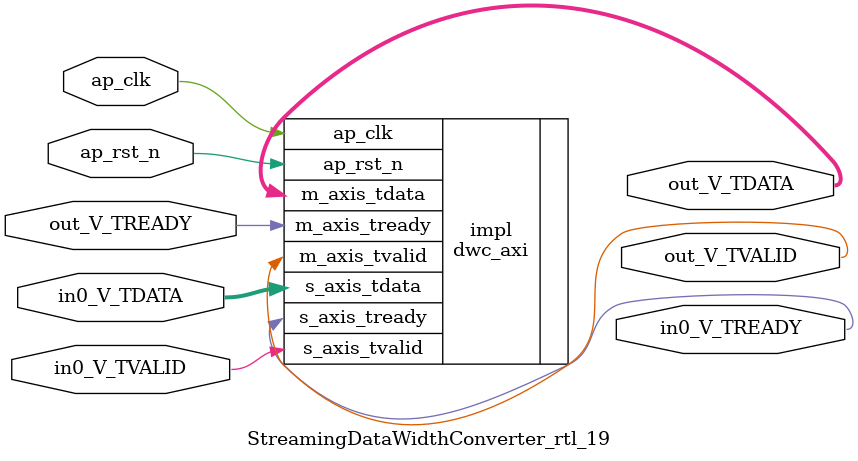
<source format=v>
/******************************************************************************
 * Copyright (C) 2023, Advanced Micro Devices, Inc.
 * All rights reserved.
 *
 * Redistribution and use in source and binary forms, with or without
 * modification, are permitted provided that the following conditions are met:
 *
 *  1. Redistributions of source code must retain the above copyright notice,
 *     this list of conditions and the following disclaimer.
 *
 *  2. Redistributions in binary form must reproduce the above copyright
 *     notice, this list of conditions and the following disclaimer in the
 *     documentation and/or other materials provided with the distribution.
 *
 *  3. Neither the name of the copyright holder nor the names of its
 *     contributors may be used to endorse or promote products derived from
 *     this software without specific prior written permission.
 *
 * THIS SOFTWARE IS PROVIDED BY THE COPYRIGHT HOLDERS AND CONTRIBUTORS "AS IS"
 * AND ANY EXPRESS OR IMPLIED WARRANTIES, INCLUDING, BUT NOT LIMITED TO,
 * THE IMPLIED WARRANTIES OF MERCHANTABILITY AND FITNESS FOR A PARTICULAR
 * PURPOSE ARE DISCLAIMED. IN NO EVENT SHALL THE COPYRIGHT HOLDER OR
 * CONTRIBUTORS BE LIABLE FOR ANY DIRECT, INDIRECT, INCIDENTAL, SPECIAL,
 * EXEMPLARY, OR CONSEQUENTIAL DAMAGES (INCLUDING, BUT NOT LIMITED TO,
 * PROCUREMENT OF SUBSTITUTE GOODS OR SERVICES; LOSS OF USE, DATA, OR PROFITS;
 * OR BUSINESS INTERRUPTION). HOWEVER CAUSED AND ON ANY THEORY OF LIABILITY,
 * WHETHER IN CONTRACT, STRICT LIABILITY, OR TORT (INCLUDING NEGLIGENCE OR
 * OTHERWISE) ARISING IN ANY WAY OUT OF THE USE OF THIS SOFTWARE, EVEN IF
 * ADVISED OF THE POSSIBILITY OF SUCH DAMAGE.
 *****************************************************************************/

module StreamingDataWidthConverter_rtl_19 #(
	parameter  IBITS = 3,
	parameter  OBITS = 18,

	parameter  AXI_IBITS = (IBITS+7)/8 * 8,
	parameter  AXI_OBITS = (OBITS+7)/8 * 8
)(
	//- Global Control ------------------
	(* X_INTERFACE_INFO = "xilinx.com:signal:clock:1.0 ap_clk CLK" *)
	(* X_INTERFACE_PARAMETER = "ASSOCIATED_BUSIF in0_V:out_V, ASSOCIATED_RESET ap_rst_n" *)
	input	ap_clk,
	(* X_INTERFACE_PARAMETER = "POLARITY ACTIVE_LOW" *)
	input	ap_rst_n,

	//- AXI Stream - Input --------------
	output	in0_V_TREADY,
	input	in0_V_TVALID,
	input	[AXI_IBITS-1:0]  in0_V_TDATA,

	//- AXI Stream - Output -------------
	input	out_V_TREADY,
	output	out_V_TVALID,
	output	[AXI_OBITS-1:0]  out_V_TDATA
);

	dwc_axi #(
		.IBITS(IBITS),
		.OBITS(OBITS)
	) impl (
		.ap_clk(ap_clk),
		.ap_rst_n(ap_rst_n),
		.s_axis_tready(in0_V_TREADY),
		.s_axis_tvalid(in0_V_TVALID),
		.s_axis_tdata(in0_V_TDATA),
		.m_axis_tready(out_V_TREADY),
		.m_axis_tvalid(out_V_TVALID),
		.m_axis_tdata(out_V_TDATA)
	);

endmodule

</source>
